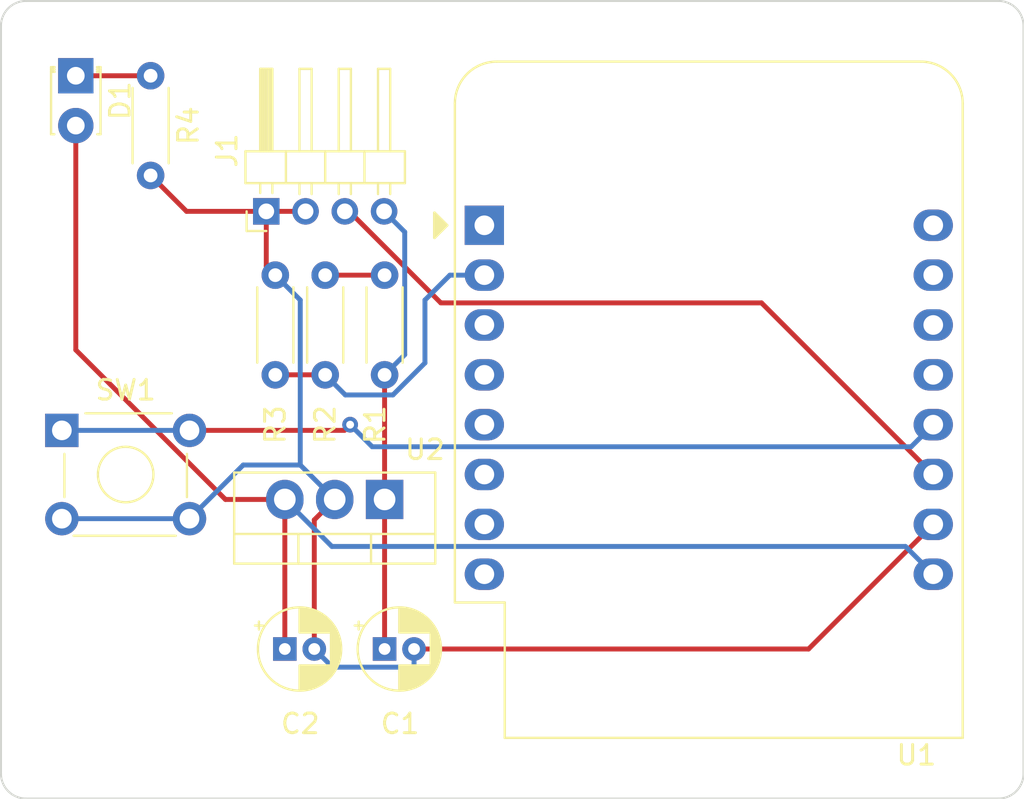
<source format=kicad_pcb>
(kicad_pcb (version 20221018) (generator pcbnew)
  (layers (0 "F.Cu" signal) (31 "B.Cu" signal) (34 "B.Paste" user) (35 "F.Paste" user) (36 "B.SilkS" user "B.Silkscreen") (37 "F.SilkS" user "F.Silkscreen") (38 "B.Mask" user) (39 "F.Mask" user) (44 "Edge.Cuts" user))
  (net 0 "")
  (net 2 "/A0")
  (net 9 "+5V")
  (net 10 "GND")
  (net 15 "+12V")
  (net 16 "Net-(R1-Pad2)")
  (net 17 "/FLASH")
  (net 18 "/D4")
  (net 19 "Net-(D1-K)")
  (footprint "Resistor_THT:R_Axial_DIN0204_L3.6mm_D1.6mm_P5.08mm_Horizontal" (layer "F.Cu") (at 77.47 63.5 -90)
    (fp_text reference "R2" (at 7.62 0 90) (layer "F.SilkS"))
    (fp_text value "20k")
    (fp_line (start 0.62 -0.92) (end 4.46 -0.92) (stroke (width 0.12)) (layer "F.SilkS"))
    (fp_line (start 0.62 0.92) (end 4.46 0.92) (stroke (width 0.12)) (layer "F.SilkS"))
    (pad "1" thru_hole circle (at 0 0 270) (size 1.4 1.4) (drill 0.7) (layers "*.Cu" "*.Mask") (net 16 "Net-(R1-Pad2)"))
    (pad "2" thru_hole oval (at 5.08 0 270) (size 1.4 1.4) (drill 0.7) (layers "*.Cu" "*.Mask") (net 2 "/A0"))
  )
  (footprint "Module:WEMOS_D1_mini_light" (layer "F.Cu") (at 85.575 60.96)
    (fp_text reference "U1" (at 22 27) (layer "F.SilkS"))
    (fp_text value "WeMos_D1_mini")
    (fp_line (start -1.5 19.22) (end -1.5 -6.21) (stroke (width 0.12)) (layer "F.SilkS"))
    (fp_line (start -1.5 19.22) (end 1.04 19.22) (stroke (width 0.12)) (layer "F.SilkS"))
    (fp_line (start 1.04 19.22) (end 1.04 26.12) (stroke (width 0.12)) (layer "F.SilkS"))
    (fp_line (start 1.04 26.12) (end 24.36 26.12) (stroke (width 0.12)) (layer "F.SilkS"))
    (fp_line (start 22.24 -8.34) (end 0.63 -8.34) (stroke (width 0.12)) (layer "F.SilkS"))
    (fp_line (start 24.36 26.12) (end 24.36 -6.21) (stroke (width 0.12)) (layer "F.SilkS"))
    (fp_arc (start -1.5 -6.21) (mid -0.876137 -7.716137) (end 0.63 -8.34) (stroke (width 0.12)) (layer "F.SilkS"))
    (fp_arc (start 22.23 -8.34) (mid 23.736137 -7.716137) (end 24.36 -6.21) (stroke (width 0.12)) (layer "F.SilkS"))
    (fp_poly (pts (xy -2.54 -0.635) (xy -2.54 0.635) (xy -1.905 0)) (stroke (width 0.15)) (fill solid) (layer "F.SilkS"))
    (pad "1" thru_hole rect (at 0 0) (size 2 2) (drill 1) (layers "*.Cu" "*.Mask"))
    (pad "2" thru_hole oval (at 0 2.54) (size 2 1.6) (drill 1) (layers "*.Cu" "*.Mask") (net 2 "/A0"))
    (pad "3" thru_hole oval (at 0 5.08) (size 2 1.6) (drill 1) (layers "*.Cu" "*.Mask"))
    (pad "4" thru_hole oval (at 0 7.62) (size 2 1.6) (drill 1) (layers "*.Cu" "*.Mask"))
    (pad "5" thru_hole oval (at 0 10.16) (size 2 1.6) (drill 1) (layers "*.Cu" "*.Mask"))
    (pad "6" thru_hole oval (at 0 12.7) (size 2 1.6) (drill 1) (layers "*.Cu" "*.Mask"))
    (pad "7" thru_hole oval (at 0 15.24) (size 2 1.6) (drill 1) (layers "*.Cu" "*.Mask"))
    (pad "8" thru_hole oval (at 0 17.78) (size 2 1.6) (drill 1) (layers "*.Cu" "*.Mask"))
    (pad "9" thru_hole oval (at 22.86 17.78) (size 2 1.6) (drill 1) (layers "*.Cu" "*.Mask") (net 9 "+5V"))
    (pad "10" thru_hole oval (at 22.86 15.24) (size 2 1.6) (drill 1) (layers "*.Cu" "*.Mask") (net 10 "GND"))
    (pad "11" thru_hole oval (at 22.86 12.7) (size 2 1.6) (drill 1) (layers "*.Cu" "*.Mask") (net 18 "/D4"))
    (pad "12" thru_hole oval (at 22.86 10.16) (size 2 1.6) (drill 1) (layers "*.Cu" "*.Mask") (net 17 "/FLASH"))
    (pad "13" thru_hole oval (at 22.86 7.62) (size 2 1.6) (drill 1) (layers "*.Cu" "*.Mask"))
    (pad "14" thru_hole oval (at 22.86 5.08) (size 2 1.6) (drill 1) (layers "*.Cu" "*.Mask"))
    (pad "15" thru_hole oval (at 22.86 2.54) (size 2 1.6) (drill 1) (layers "*.Cu" "*.Mask"))
    (pad "16" thru_hole oval (at 22.86 0) (size 2 1.6) (drill 1) (layers "*.Cu" "*.Mask"))
  )
  (footprint "Resistor_THT:R_Axial_DIN0204_L3.6mm_D1.6mm_P5.08mm_Horizontal" (layer "F.Cu") (at 74.93 68.58 90)
    (fp_text reference "R3" (at -2.54 0 90) (layer "F.SilkS"))
    (fp_text value "10k")
    (fp_line (start 0.62 -0.92) (end 4.46 -0.92) (stroke (width 0.12)) (layer "F.SilkS"))
    (fp_line (start 0.62 0.92) (end 4.46 0.92) (stroke (width 0.12)) (layer "F.SilkS"))
    (pad "1" thru_hole circle (at 0 0 90) (size 1.4 1.4) (drill 0.7) (layers "*.Cu" "*.Mask") (net 2 "/A0"))
    (pad "2" thru_hole oval (at 5.08 0 90) (size 1.4 1.4) (drill 0.7) (layers "*.Cu" "*.Mask") (net 10 "GND"))
  )
  (footprint "LED_THT:LED_D1.8mm_W3.3mm_H2.4mm" (layer "F.Cu") (at 64.77 53.34 -90)
    (fp_text reference "D1" (at 1.27 -2.26 90) (layer "F.SilkS"))
    (fp_text value "LED")
    (fp_line (start -0.44 -1.26) (end -0.44 -1.08) (stroke (width 0.12)) (layer "F.SilkS"))
    (fp_line (start -0.44 -1.26) (end 2.98 -1.26) (stroke (width 0.12)) (layer "F.SilkS"))
    (fp_line (start -0.44 1.08) (end -0.44 1.26) (stroke (width 0.12)) (layer "F.SilkS"))
    (fp_line (start -0.44 1.26) (end 2.98 1.26) (stroke (width 0.12)) (layer "F.SilkS"))
    (fp_line (start -0.32 -1.26) (end -0.32 -1.08) (stroke (width 0.12)) (layer "F.SilkS"))
    (fp_line (start -0.32 1.08) (end -0.32 1.26) (stroke (width 0.12)) (layer "F.SilkS"))
    (fp_line (start -0.2 -1.26) (end -0.2 -1.08) (stroke (width 0.12)) (layer "F.SilkS"))
    (fp_line (start -0.2 1.08) (end -0.2 1.26) (stroke (width 0.12)) (layer "F.SilkS"))
    (fp_line (start 2.98 -1.26) (end 2.98 -1.095) (stroke (width 0.12)) (layer "F.SilkS"))
    (fp_line (start 2.98 1.095) (end 2.98 1.26) (stroke (width 0.12)) (layer "F.SilkS"))
    (pad "1" thru_hole rect (at 0 0 270) (size 1.8 1.8) (drill 0.9) (layers "*.Cu" "*.Mask") (net 19 "Net-(D1-K)"))
    (pad "2" thru_hole circle (at 2.54 0 270) (size 1.8 1.8) (drill 0.9) (layers "*.Cu" "*.Mask") (net 9 "+5V"))
  )
  (footprint "Connector_PinHeader_2.00mm:PinHeader_1x04_P2.00mm_Horizontal" (layer "F.Cu") (at 74.47 60.25 90)
    (fp_text reference "J1" (at 3.1 -2 90) (layer "F.SilkS"))
    (fp_text value "Conn_01x04_Pin")
    (fp_line (start -1 -1) (end 0 -1) (stroke (width 0.12)) (layer "F.SilkS"))
    (fp_line (start -1 0) (end -1 -1) (stroke (width 0.12)) (layer "F.SilkS"))
    (fp_line (start 0.882114 1.69) (end 1.44 1.69) (stroke (width 0.12)) (layer "F.SilkS"))
    (fp_line (start 0.882114 2.31) (end 1.44 2.31) (stroke (width 0.12)) (layer "F.SilkS"))
    (fp_line (start 0.882114 3.69) (end 1.44 3.69) (stroke (width 0.12)) (layer "F.SilkS"))
    (fp_line (start 0.882114 4.31) (end 1.44 4.31) (stroke (width 0.12)) (layer "F.SilkS"))
    (fp_line (start 0.882114 5.69) (end 1.44 5.69) (stroke (width 0.12)) (layer "F.SilkS"))
    (fp_line (start 0.882114 6.31) (end 1.44 6.31) (stroke (width 0.12)) (layer "F.SilkS"))
    (fp_line (start 0.935 -0.31) (end 1.44 -0.31) (stroke (width 0.12)) (layer "F.SilkS"))
    (fp_line (start 0.935 0.31) (end 1.44 0.31) (stroke (width 0.12)) (layer "F.SilkS"))
    (fp_line (start 1.44 -1.06) (end 1.44 7.06) (stroke (width 0.12)) (layer "F.SilkS"))
    (fp_line (start 1.44 1) (end 3.06 1) (stroke (width 0.12)) (layer "F.SilkS"))
    (fp_line (start 1.44 3) (end 3.06 3) (stroke (width 0.12)) (layer "F.SilkS"))
    (fp_line (start 1.44 5) (end 3.06 5) (stroke (width 0.12)) (layer "F.SilkS"))
    (fp_line (start 1.44 7.06) (end 3.06 7.06) (stroke (width 0.12)) (layer "F.SilkS"))
    (fp_line (start 3.06 -1.06) (end 1.44 -1.06) (stroke (width 0.12)) (layer "F.SilkS"))
    (fp_line (start 3.06 -0.31) (end 7.26 -0.31) (stroke (width 0.12)) (layer "F.SilkS"))
    (fp_line (start 3.06 -0.25) (end 7.26 -0.25) (stroke (width 0.12)) (layer "F.SilkS"))
    (fp_line (start 3.06 -0.13) (end 7.26 -0.13) (stroke (width 0.12)) (layer "F.SilkS"))
    (fp_line (start 3.06 -0.01) (end 7.26 -0.01) (stroke (width 0.12)) (layer "F.SilkS"))
    (fp_line (start 3.06 0.11) (end 7.26 0.11) (stroke (width 0.12)) (layer "F.SilkS"))
    (fp_line (start 3.06 0.23) (end 7.26 0.23) (stroke (width 0.12)) (layer "F.SilkS"))
    (fp_line (start 3.06 1.69) (end 7.26 1.69) (stroke (width 0.12)) (layer "F.SilkS"))
    (fp_line (start 3.06 3.69) (end 7.26 3.69) (stroke (width 0.12)) (layer "F.SilkS"))
    (fp_line (start 3.06 5.69) (end 7.26 5.69) (stroke (width 0.12)) (layer "F.SilkS"))
    (fp_line (start 3.06 7.06) (end 3.06 -1.06) (stroke (width 0.12)) (layer "F.SilkS"))
    (fp_line (start 7.26 -0.31) (end 7.26 0.31) (stroke (width 0.12)) (layer "F.SilkS"))
    (fp_line (start 7.26 0.31) (end 3.06 0.31) (stroke (width 0.12)) (layer "F.SilkS"))
    (fp_line (start 7.26 1.69) (end 7.26 2.31) (stroke (width 0.12)) (layer "F.SilkS"))
    (fp_line (start 7.26 2.31) (end 3.06 2.31) (stroke (width 0.12)) (layer "F.SilkS"))
    (fp_line (start 7.26 3.69) (end 7.26 4.31) (stroke (width 0.12)) (layer "F.SilkS"))
    (fp_line (start 7.26 4.31) (end 3.06 4.31) (stroke (width 0.12)) (layer "F.SilkS"))
    (fp_line (start 7.26 5.69) (end 7.26 6.31) (stroke (width 0.12)) (layer "F.SilkS"))
    (fp_line (start 7.26 6.31) (end 3.06 6.31) (stroke (width 0.12)) (layer "F.SilkS"))
    (pad "1" thru_hole rect (at 0 0 90) (size 1.35 1.35) (drill 0.8) (layers "*.Cu" "*.Mask") (net 10 "GND"))
    (pad "2" thru_hole oval (at 0 2 90) (size 1.35 1.35) (drill 0.8) (layers "*.Cu" "*.Mask") (net 10 "GND"))
    (pad "3" thru_hole oval (at 0 4 90) (size 1.35 1.35) (drill 0.8) (layers "*.Cu" "*.Mask") (net 18 "/D4"))
    (pad "4" thru_hole oval (at 0 6 90) (size 1.35 1.35) (drill 0.8) (layers "*.Cu" "*.Mask") (net 15 "+12V"))
  )
  (footprint "Package_TO_SOT_THT:TO-220-3_Vertical" (layer "F.Cu") (at 80.495 74.93 180)
    (fp_text reference "U2" (at -2.055 2.54) (layer "F.SilkS"))
    (fp_text value "LM7805_TO220")
    (fp_line (start -2.58 -3.27) (end -2.58 1.371) (stroke (width 0.12)) (layer "F.SilkS"))
    (fp_line (start -2.58 -3.27) (end 7.66 -3.27) (stroke (width 0.12)) (layer "F.SilkS"))
    (fp_line (start -2.58 -1.76) (end 7.66 -1.76) (stroke (width 0.12)) (layer "F.SilkS"))
    (fp_line (start -2.58 1.371) (end 7.66 1.371) (stroke (width 0.12)) (layer "F.SilkS"))
    (fp_line (start 0.69 -3.27) (end 0.69 -1.76) (stroke (width 0.12)) (layer "F.SilkS"))
    (fp_line (start 4.391 -3.27) (end 4.391 -1.76) (stroke (width 0.12)) (layer "F.SilkS"))
    (fp_line (start 7.66 -3.27) (end 7.66 1.371) (stroke (width 0.12)) (layer "F.SilkS"))
    (pad "1" thru_hole rect (at 0 0 180) (size 1.905 2) (drill 1.1) (layers "*.Cu" "*.Mask") (net 15 "+12V"))
    (pad "2" thru_hole oval (at 2.54 0 180) (size 1.905 2) (drill 1.1) (layers "*.Cu" "*.Mask") (net 10 "GND"))
    (pad "3" thru_hole oval (at 5.08 0 180) (size 1.905 2) (drill 1.1) (layers "*.Cu" "*.Mask") (net 9 "+5V"))
  )
  (footprint "Resistor_THT:R_Axial_DIN0204_L3.6mm_D1.6mm_P5.08mm_Horizontal" (layer "F.Cu") (at 68.58 53.34 -90)
    (fp_text reference "R4" (at 2.54 -1.92 90) (layer "F.SilkS"))
    (fp_text value "1k")
    (fp_line (start 0.62 -0.92) (end 4.46 -0.92) (stroke (width 0.12)) (layer "F.SilkS"))
    (fp_line (start 0.62 0.92) (end 4.46 0.92) (stroke (width 0.12)) (layer "F.SilkS"))
    (pad "1" thru_hole circle (at 0 0 270) (size 1.4 1.4) (drill 0.7) (layers "*.Cu" "*.Mask") (net 19 "Net-(D1-K)"))
    (pad "2" thru_hole oval (at 5.08 0 270) (size 1.4 1.4) (drill 0.7) (layers "*.Cu" "*.Mask") (net 10 "GND"))
  )
  (footprint "Resistor_THT:R_Axial_DIN0204_L3.6mm_D1.6mm_P5.08mm_Horizontal" (layer "F.Cu") (at 80.495 68.58 90)
    (fp_text reference "R1" (at -2.54 -0.485 90) (layer "F.SilkS"))
    (fp_text value "120k")
    (fp_line (start 0.62 -0.92) (end 4.46 -0.92) (stroke (width 0.12)) (layer "F.SilkS"))
    (fp_line (start 0.62 0.92) (end 4.46 0.92) (stroke (width 0.12)) (layer "F.SilkS"))
    (pad "1" thru_hole circle (at 0 0 90) (size 1.4 1.4) (drill 0.7) (layers "*.Cu" "*.Mask") (net 15 "+12V"))
    (pad "2" thru_hole oval (at 5.08 0 90) (size 1.4 1.4) (drill 0.7) (layers "*.Cu" "*.Mask") (net 16 "Net-(R1-Pad2)"))
  )
  (footprint "Button_Switch_THT:SW_TH_Tactile_Omron_B3F-10xx" (layer "F.Cu") (at 64.06 71.41)
    (fp_text reference "SW1" (at 3.25 -2.05) (layer "F.SilkS"))
    (fp_text value "SW_Push")
    (fp_line (start 0.13 3.4) (end 0.13 1.2) (stroke (width 0.12)) (layer "F.SilkS"))
    (fp_line (start 0.6 5.37) (end 5.8 5.37) (stroke (width 0.12)) (layer "F.SilkS"))
    (fp_line (start 1.2 -0.87) (end 5.6 -0.87) (stroke (width 0.12)) (layer "F.SilkS"))
    (fp_line (start 6.37 1.2) (end 6.37 3.4) (stroke (width 0.12)) (layer "F.SilkS"))
    (fp_circle (center 3.25 2.25) (end 4.25 3.25) (stroke (width 0.12)) (fill none) (layer "F.SilkS"))
    (pad "1" thru_hole rect (at 0 0) (size 1.7 1.7) (drill 1) (layers "*.Cu" "*.Mask") (net 17 "/FLASH"))
    (pad "1" thru_hole circle (at 6.5 0) (size 1.7 1.7) (drill 1) (layers "*.Cu" "*.Mask") (net 17 "/FLASH"))
    (pad "2" thru_hole circle (at 0 4.5) (size 1.7 1.7) (drill 1) (layers "*.Cu" "*.Mask") (net 10 "GND"))
    (pad "2" thru_hole circle (at 6.5 4.5) (size 1.7 1.7) (drill 1) (layers "*.Cu" "*.Mask") (net 10 "GND"))
  )
  (footprint "Capacitor_THT:CP_Radial_D4.0mm_P1.50mm" (layer "F.Cu") (at 75.415 82.55)
    (fp_text reference "C2" (at 0.785 3.81) (layer "F.SilkS"))
    (fp_text value "0.1uF")
    (fp_line (start -1.519801 -1.195) (end -1.119801 -1.195) (stroke (width 0.12)) (layer "F.SilkS"))
    (fp_line (start -1.319801 -1.395) (end -1.319801 -0.995) (stroke (width 0.12)) (layer "F.SilkS"))
    (fp_line (start 0.75 -2.08) (end 0.75 -0.84) (stroke (width 0.12)) (layer "F.SilkS"))
    (fp_line (start 0.75 0.84) (end 0.75 2.08) (stroke (width 0.12)) (layer "F.SilkS"))
    (fp_line (start 0.79 -2.08) (end 0.79 -0.84) (stroke (width 0.12)) (layer "F.SilkS"))
    (fp_line (start 0.79 0.84) (end 0.79 2.08) (stroke (width 0.12)) (layer "F.SilkS"))
    (fp_line (start 0.83 -2.079) (end 0.83 -0.84) (stroke (width 0.12)) (layer "F.SilkS"))
    (fp_line (start 0.83 0.84) (end 0.83 2.079) (stroke (width 0.12)) (layer "F.SilkS"))
    (fp_line (start 0.87 -2.077) (end 0.87 -0.84) (stroke (width 0.12)) (layer "F.SilkS"))
    (fp_line (start 0.87 0.84) (end 0.87 2.077) (stroke (width 0.12)) (layer "F.SilkS"))
    (fp_line (start 0.91 -2.074) (end 0.91 -0.84) (stroke (width 0.12)) (layer "F.SilkS"))
    (fp_line (start 0.91 0.84) (end 0.91 2.074) (stroke (width 0.12)) (layer "F.SilkS"))
    (fp_line (start 0.95 -2.071) (end 0.95 -0.84) (stroke (width 0.12)) (layer "F.SilkS"))
    (fp_line (start 0.95 0.84) (end 0.95 2.071) (stroke (width 0.12)) (layer "F.SilkS"))
    (fp_line (start 0.99 -2.067) (end 0.99 -0.84) (stroke (width 0.12)) (layer "F.SilkS"))
    (fp_line (start 0.99 0.84) (end 0.99 2.067) (stroke (width 0.12)) (layer "F.SilkS"))
    (fp_line (start 1.03 -2.062) (end 1.03 -0.84) (stroke (width 0.12)) (layer "F.SilkS"))
    (fp_line (start 1.03 0.84) (end 1.03 2.062) (stroke (width 0.12)) (layer "F.SilkS"))
    (fp_line (start 1.07 -2.056) (end 1.07 -0.84) (stroke (width 0.12)) (layer "F.SilkS"))
    (fp_line (start 1.07 0.84) (end 1.07 2.056) (stroke (width 0.12)) (layer "F.SilkS"))
    (fp_line (start 1.11 -2.05) (end 1.11 -0.84) (stroke (width 0.12)) (layer "F.SilkS"))
    (fp_line (start 1.11 0.84) (end 1.11 2.05) (stroke (width 0.12)) (layer "F.SilkS"))
    (fp_line (start 1.15 -2.042) (end 1.15 -0.84) (stroke (width 0.12)) (layer "F.SilkS"))
    (fp_line (start 1.15 0.84) (end 1.15 2.042) (stroke (width 0.12)) (layer "F.SilkS"))
    (fp_line (start 1.19 -2.034) (end 1.19 -0.84) (stroke (width 0.12)) (layer "F.SilkS"))
    (fp_line (start 1.19 0.84) (end 1.19 2.034) (stroke (width 0.12)) (layer "F.SilkS"))
    (fp_line (start 1.23 -2.025) (end 1.23 -0.84) (stroke (width 0.12)) (layer "F.SilkS"))
    (fp_line (start 1.23 0.84) (end 1.23 2.025) (stroke (width 0.12)) (layer "F.SilkS"))
    (fp_line (start 1.27 -2.016) (end 1.27 -0.84) (stroke (width 0.12)) (layer "F.SilkS"))
    (fp_line (start 1.27 0.84) (end 1.27 2.016) (stroke (width 0.12)) (layer "F.SilkS"))
    (fp_line (start 1.31 -2.005) (end 1.31 -0.84) (stroke (width 0.12)) (layer "F.SilkS"))
    (fp_line (start 1.31 0.84) (end 1.31 2.005) (stroke (width 0.12)) (layer "F.SilkS"))
    (fp_line (start 1.35 -1.994) (end 1.35 -0.84) (stroke (width 0.12)) (layer "F.SilkS"))
    (fp_line (start 1.35 0.84) (end 1.35 1.994) (stroke (width 0.12)) (layer "F.SilkS"))
    (fp_line (start 1.39 -1.982) (end 1.39 -0.84) (stroke (width 0.12)) (layer "F.SilkS"))
    (fp_line (start 1.39 0.84) (end 1.39 1.982) (stroke (width 0.12)) (layer "F.SilkS"))
    (fp_line (start 1.43 -1.968) (end 1.43 -0.84) (stroke (width 0.12)) (layer "F.SilkS"))
    (fp_line (start 1.43 0.84) (end 1.43 1.968) (stroke (width 0.12)) (layer "F.SilkS"))
    (fp_line (start 1.471 -1.954) (end 1.471 -0.84) (stroke (width 0.12)) (layer "F.SilkS"))
    (fp_line (start 1.471 0.84) (end 1.471 1.954) (stroke (width 0.12)) (layer "F.SilkS"))
    (fp_line (start 1.511 -1.94) (end 1.511 -0.84) (stroke (width 0.12)) (layer "F.SilkS"))
    (fp_line (start 1.511 0.84) (end 1.511 1.94) (stroke (width 0.12)) (layer "F.SilkS"))
    (fp_line (start 1.551 -1.924) (end 1.551 -0.84) (stroke (width 0.12)) (layer "F.SilkS"))
    (fp_line (start 1.551 0.84) (end 1.551 1.924) (stroke (width 0.12)) (layer "F.SilkS"))
    (fp_line (start 1.591 -1.907) (end 1.591 -0.84) (stroke (width 0.12)) (layer "F.SilkS"))
    (fp_line (start 1.591 0.84) (end 1.591 1.907) (stroke (width 0.12)) (layer "F.SilkS"))
    (fp_line (start 1.631 -1.889) (end 1.631 -0.84) (stroke (width 0.12)) (layer "F.SilkS"))
    (fp_line (start 1.631 0.84) (end 1.631 1.889) (stroke (width 0.12)) (layer "F.SilkS"))
    (fp_line (start 1.671 -1.87) (end 1.671 -0.84) (stroke (width 0.12)) (layer "F.SilkS"))
    (fp_line (start 1.671 0.84) (end 1.671 1.87) (stroke (width 0.12)) (layer "F.SilkS"))
    (fp_line (start 1.711 -1.851) (end 1.711 -0.84) (stroke (width 0.12)) (layer "F.SilkS"))
    (fp_line (start 1.711 0.84) (end 1.711 1.851) (stroke (width 0.12)) (layer "F.SilkS"))
    (fp_line (start 1.751 -1.83) (end 1.751 -0.84) (stroke (width 0.12)) (layer "F.SilkS"))
    (fp_line (start 1.751 0.84) (end 1.751 1.83) (stroke (width 0.12)) (layer "F.SilkS"))
    (fp_line (start 1.791 -1.808) (end 1.791 -0.84) (stroke (width 0.12)) (layer "F.SilkS"))
    (fp_line (start 1.791 0.84) (end 1.791 1.808) (stroke (width 0.12)) (layer "F.SilkS"))
    (fp_line (start 1.831 -1.785) (end 1.831 -0.84) (stroke (width 0.12)) (layer "F.SilkS"))
    (fp_line (start 1.831 0.84) (end 1.831 1.785) (stroke (width 0.12)) (layer "F.SilkS"))
    (fp_line (start 1.871 -1.76) (end 1.871 -0.84) (stroke (width 0.12)) (layer "F.SilkS"))
    (fp_line (start 1.871 0.84) (end 1.871 1.76) (stroke (width 0.12)) (layer "F.SilkS"))
    (fp_line (start 1.911 -1.735) (end 1.911 -0.84) (stroke (width 0.12)) (layer "F.SilkS"))
    (fp_line (start 1.911 0.84) (end 1.911 1.735) (stroke (width 0.12)) (layer "F.SilkS"))
    (fp_line (start 1.951 -1.708) (end 1.951 -0.84) (stroke (width 0.12)) (layer "F.SilkS"))
    (fp_line (start 1.951 0.84) (end 1.951 1.708) (stroke (width 0.12)) (layer "F.SilkS"))
    (fp_line (start 1.991 -1.68) (end 1.991 -0.84) (stroke (width 0.12)) (layer "F.SilkS"))
    (fp_line (start 1.991 0.84) (end 1.991 1.68) (stroke (width 0.12)) (layer "F.SilkS"))
    (fp_line (start 2.031 -1.65) (end 2.031 -0.84) (stroke (width 0.12)) (layer "F.SilkS"))
    (fp_line (start 2.031 0.84) (end 2.031 1.65) (stroke (width 0.12)) (layer "F.SilkS"))
    (fp_line (start 2.071 -1.619) (end 2.071 -0.84) (stroke (width 0.12)) (layer "F.SilkS"))
    (fp_line (start 2.071 0.84) (end 2.071 1.619) (stroke (width 0.12)) (layer "F.SilkS"))
    (fp_line (start 2.111 -1.587) (end 2.111 -0.84) (stroke (width 0.12)) (layer "F.SilkS"))
    (fp_line (start 2.111 0.84) (end 2.111 1.587) (stroke (width 0.12)) (layer "F.SilkS"))
    (fp_line (start 2.151 -1.552) (end 2.151 -0.84) (stroke (width 0.12)) (layer "F.SilkS"))
    (fp_line (start 2.151 0.84) (end 2.151 1.552) (stroke (width 0.12)) (layer "F.SilkS"))
    (fp_line (start 2.191 -1.516) (end 2.191 -0.84) (stroke (width 0.12)) (layer "F.SilkS"))
    (fp_line (start 2.191 0.84) (end 2.191 1.516) (stroke (width 0.12)) (layer "F.SilkS"))
    (fp_line (start 2.231 -1.478) (end 2.231 -0.84) (stroke (width 0.12)) (layer "F.SilkS"))
    (fp_line (start 2.231 0.84) (end 2.231 1.478) (stroke (width 0.12)) (layer "F.SilkS"))
    (fp_line (start 2.271 -1.438) (end 2.271 -0.84) (stroke (width 0.12)) (layer "F.SilkS"))
    (fp_line (start 2.271 0.84) (end 2.271 1.438) (stroke (width 0.12)) (layer "F.SilkS"))
    (fp_line (start 2.311 -1.396) (end 2.311 -0.84) (stroke (width 0.12)) (layer "F.SilkS"))
    (fp_line (start 2.311 0.84) (end 2.311 1.396) (stroke (width 0.12)) (layer "F.SilkS"))
    (fp_line (start 2.351 -1.351) (end 2.351 1.351) (stroke (width 0.12)) (layer "F.SilkS"))
    (fp_line (start 2.391 -1.304) (end 2.391 1.304) (stroke (width 0.12)) (layer "F.SilkS"))
    (fp_line (start 2.431 -1.254) (end 2.431 1.254) (stroke (width 0.12)) (layer "F.SilkS"))
    (fp_line (start 2.471 -1.2) (end 2.471 1.2) (stroke (width 0.12)) (layer "F.SilkS"))
    (fp_line (start 2.511 -1.142) (end 2.511 1.142) (stroke (width 0.12)) (layer "F.SilkS"))
    (fp_line (start 2.551 -1.08) (end 2.551 1.08) (stroke (width 0.12)) (layer "F.SilkS"))
    (fp_line (start 2.591 -1.013) (end 2.591 1.013) (stroke (width 0.12)) (layer "F.SilkS"))
    (fp_line (start 2.631 -0.94) (end 2.631 0.94) (stroke (width 0.12)) (layer "F.SilkS"))
    (fp_line (start 2.671 -0.859) (end 2.671 0.859) (stroke (width 0.12)) (layer "F.SilkS"))
    (fp_line (start 2.711 -0.768) (end 2.711 0.768) (stroke (width 0.12)) (layer "F.SilkS"))
    (fp_line (start 2.751 -0.664) (end 2.751 0.664) (stroke (width 0.12)) (layer "F.SilkS"))
    (fp_line (start 2.791 -0.537) (end 2.791 0.537) (stroke (width 0.12)) (layer "F.SilkS"))
    (fp_line (start 2.831 -0.37) (end 2.831 0.37) (stroke (width 0.12)) (layer "F.SilkS"))
    (fp_circle (center 0.75 0) (end 2.87 0) (stroke (width 0.12)) (fill none) (layer "F.SilkS"))
    (pad "1" thru_hole rect (at 0 0) (size 1.2 1.2) (drill 0.6) (layers "*.Cu" "*.Mask") (net 9 "+5V"))
    (pad "2" thru_hole circle (at 1.5 0) (size 1.2 1.2) (drill 0.6) (layers "*.Cu" "*.Mask") (net 10 "GND"))
  )
  (footprint "Capacitor_THT:CP_Radial_D4.0mm_P1.50mm" (layer "F.Cu") (at 80.495 82.55)
    (fp_text reference "C1" (at 0.785 3.81 -360) (layer "F.SilkS"))
    (fp_text value "0.33uF")
    (fp_line (start -1.519801 -1.195) (end -1.119801 -1.195) (stroke (width 0.12)) (layer "F.SilkS"))
    (fp_line (start -1.319801 -1.395) (end -1.319801 -0.995) (stroke (width 0.12)) (layer "F.SilkS"))
    (fp_line (start 0.75 -2.08) (end 0.75 -0.84) (stroke (width 0.12)) (layer "F.SilkS"))
    (fp_line (start 0.75 0.84) (end 0.75 2.08) (stroke (width 0.12)) (layer "F.SilkS"))
    (fp_line (start 0.79 -2.08) (end 0.79 -0.84) (stroke (width 0.12)) (layer "F.SilkS"))
    (fp_line (start 0.79 0.84) (end 0.79 2.08) (stroke (width 0.12)) (layer "F.SilkS"))
    (fp_line (start 0.83 -2.079) (end 0.83 -0.84) (stroke (width 0.12)) (layer "F.SilkS"))
    (fp_line (start 0.83 0.84) (end 0.83 2.079) (stroke (width 0.12)) (layer "F.SilkS"))
    (fp_line (start 0.87 -2.077) (end 0.87 -0.84) (stroke (width 0.12)) (layer "F.SilkS"))
    (fp_line (start 0.87 0.84) (end 0.87 2.077) (stroke (width 0.12)) (layer "F.SilkS"))
    (fp_line (start 0.91 -2.074) (end 0.91 -0.84) (stroke (width 0.12)) (layer "F.SilkS"))
    (fp_line (start 0.91 0.84) (end 0.91 2.074) (stroke (width 0.12)) (layer "F.SilkS"))
    (fp_line (start 0.95 -2.071) (end 0.95 -0.84) (stroke (width 0.12)) (layer "F.SilkS"))
    (fp_line (start 0.95 0.84) (end 0.95 2.071) (stroke (width 0.12)) (layer "F.SilkS"))
    (fp_line (start 0.99 -2.067) (end 0.99 -0.84) (stroke (width 0.12)) (layer "F.SilkS"))
    (fp_line (start 0.99 0.84) (end 0.99 2.067) (stroke (width 0.12)) (layer "F.SilkS"))
    (fp_line (start 1.03 -2.062) (end 1.03 -0.84) (stroke (width 0.12)) (layer "F.SilkS"))
    (fp_line (start 1.03 0.84) (end 1.03 2.062) (stroke (width 0.12)) (layer "F.SilkS"))
    (fp_line (start 1.07 -2.056) (end 1.07 -0.84) (stroke (width 0.12)) (layer "F.SilkS"))
    (fp_line (start 1.07 0.84) (end 1.07 2.056) (stroke (width 0.12)) (layer "F.SilkS"))
    (fp_line (start 1.11 -2.05) (end 1.11 -0.84) (stroke (width 0.12)) (layer "F.SilkS"))
    (fp_line (start 1.11 0.84) (end 1.11 2.05) (stroke (width 0.12)) (layer "F.SilkS"))
    (fp_line (start 1.15 -2.042) (end 1.15 -0.84) (stroke (width 0.12)) (layer "F.SilkS"))
    (fp_line (start 1.15 0.84) (end 1.15 2.042) (stroke (width 0.12)) (layer "F.SilkS"))
    (fp_line (start 1.19 -2.034) (end 1.19 -0.84) (stroke (width 0.12)) (layer "F.SilkS"))
    (fp_line (start 1.19 0.84) (end 1.19 2.034) (stroke (width 0.12)) (layer "F.SilkS"))
    (fp_line (start 1.23 -2.025) (end 1.23 -0.84) (stroke (width 0.12)) (layer "F.SilkS"))
    (fp_line (start 1.23 0.84) (end 1.23 2.025) (stroke (width 0.12)) (layer "F.SilkS"))
    (fp_line (start 1.27 -2.016) (end 1.27 -0.84) (stroke (width 0.12)) (layer "F.SilkS"))
    (fp_line (start 1.27 0.84) (end 1.27 2.016) (stroke (width 0.12)) (layer "F.SilkS"))
    (fp_line (start 1.31 -2.005) (end 1.31 -0.84) (stroke (width 0.12)) (layer "F.SilkS"))
    (fp_line (start 1.31 0.84) (end 1.31 2.005) (stroke (width 0.12)) (layer "F.SilkS"))
    (fp_line (start 1.35 -1.994) (end 1.35 -0.84) (stroke (width 0.12)) (layer "F.SilkS"))
    (fp_line (start 1.35 0.84) (end 1.35 1.994) (stroke (width 0.12)) (layer "F.SilkS"))
    (fp_line (start 1.39 -1.982) (end 1.39 -0.84) (stroke (width 0.12)) (layer "F.SilkS"))
    (fp_line (start 1.39 0.84) (end 1.39 1.982) (stroke (width 0.12)) (layer "F.SilkS"))
    (fp_line (start 1.43 -1.968) (end 1.43 -0.84) (stroke (width 0.12)) (layer "F.SilkS"))
    (fp_line (start 1.43 0.84) (end 1.43 1.968) (stroke (width 0.12)) (layer "F.SilkS"))
    (fp_line (start 1.471 -1.954) (end 1.471 -0.84) (stroke (width 0.12)) (layer "F.SilkS"))
    (fp_line (start 1.471 0.84) (end 1.471 1.954) (stroke (width 0.12)) (layer "F.SilkS"))
    (fp_line (start 1.511 -1.94) (end 1.511 -0.84) (stroke (width 0.12)) (layer "F.SilkS"))
    (fp_line (start 1.511 0.84) (end 1.511 1.94) (stroke (width 0.12)) (layer "F.SilkS"))
    (fp_line (start 1.551 -1.924) (end 1.551 -0.84) (stroke (width 0.12)) (layer "F.SilkS"))
    (fp_line (start 1.551 0.84) (end 1.551 1.924) (stroke (width 0.12)) (layer "F.SilkS"))
    (fp_line (start 1.591 -1.907) (end 1.591 -0.84) (stroke (width 0.12)) (layer "F.SilkS"))
    (fp_line (start 1.591 0.84) (end 1.591 1.907) (stroke (width 0.12)) (layer "F.SilkS"))
    (fp_line (start 1.631 -1.889) (end 1.631 -0.84) (stroke (width 0.12)) (layer "F.SilkS"))
    (fp_line (start 1.631 0.84) (end 1.631 1.889) (stroke (width 0.12)) (layer "F.SilkS"))
    (fp_line (start 1.671 -1.87) (end 1.671 -0.84) (stroke (width 0.12)) (layer "F.SilkS"))
    (fp_line (start 1.671 0.84) (end 1.671 1.87) (stroke (width 0.12)) (layer "F.SilkS"))
    (fp_line (start 1.711 -1.851) (end 1.711 -0.84) (stroke (width 0.12)) (layer "F.SilkS"))
    (fp_line (start 1.711 0.84) (end 1.711 1.851) (stroke (width 0.12)) (layer "F.SilkS"))
    (fp_line (start 1.751 -1.83) (end 1.751 -0.84) (stroke (width 0.12)) (layer "F.SilkS"))
    (fp_line (start 1.751 0.84) (end 1.751 1.83) (stroke (width 0.12)) (layer "F.SilkS"))
    (fp_line (start 1.791 -1.808) (end 1.791 -0.84) (stroke (width 0.12)) (layer "F.SilkS"))
    (fp_line (start 1.791 0.84) (end 1.791 1.808) (stroke (width 0.12)) (layer "F.SilkS"))
    (fp_line (start 1.831 -1.785) (end 1.831 -0.84) (stroke (width 0.12)) (layer "F.SilkS"))
    (fp_line (start 1.831 0.84) (end 1.831 1.785) (stroke (width 0.12)) (layer "F.SilkS"))
    (fp_line (start 1.871 -1.76) (end 1.871 -0.84) (stroke (width 0.12)) (layer "F.SilkS"))
    (fp_line (start 1.871 0.84) (end 1.871 1.76) (stroke (width 0.12)) (layer "F.SilkS"))
    (fp_line (start 1.911 -1.735) (end 1.911 -0.84) (stroke (width 0.12)) (layer "F.SilkS"))
    (fp_line (start 1.911 0.84) (end 1.911 1.735) (stroke (width 0.12)) (layer "F.SilkS"))
    (fp_line (start 1.951 -1.708) (end 1.951 -0.84) (stroke (width 0.12)) (layer "F.SilkS"))
    (fp_line (start 1.951 0.84) (end 1.951 1.708) (stroke (width 0.12)) (layer "F.SilkS"))
    (fp_line (start 1.991 -1.68) (end 1.991 -0.84) (stroke (width 0.12)) (layer "F.SilkS"))
    (fp_line (start 1.991 0.84) (end 1.991 1.68) (stroke (width 0.12)) (layer "F.SilkS"))
    (fp_line (start 2.031 -1.65) (end 2.031 -0.84) (stroke (width 0.12)) (layer "F.SilkS"))
    (fp_line (start 2.031 0.84) (end 2.031 1.65) (stroke (width 0.12)) (layer "F.SilkS"))
    (fp_line (start 2.071 -1.619) (end 2.071 -0.84) (stroke (width 0.12)) (layer "F.SilkS"))
    (fp_line (start 2.071 0.84) (end 2.071 1.619) (stroke (width 0.12)) (layer "F.SilkS"))
    (fp_line (start 2.111 -1.587) (end 2.111 -0.84) (stroke (width 0.12)) (layer "F.SilkS"))
    (fp_line (start 2.111 0.84) (end 2.111 1.587) (stroke (width 0.12)) (layer "F.SilkS"))
    (fp_line (start 2.151 -1.552) (end 2.151 -0.84) (stroke (width 0.12)) (layer "F.SilkS"))
    (fp_line (start 2.151 0.84) (end 2.151 1.552) (stroke (width 0.12)) (layer "F.SilkS"))
    (fp_line (start 2.191 -1.516) (end 2.191 -0.84) (stroke (width 0.12)) (layer "F.SilkS"))
    (fp_line (start 2.191 0.84) (end 2.191 1.516) (stroke (width 0.12)) (layer "F.SilkS"))
    (fp_line (start 2.231 -1.478) (end 2.231 -0.84) (stroke (width 0.12)) (layer "F.SilkS"))
    (fp_line (start 2.231 0.84) (end 2.231 1.478) (stroke (width 0.12)) (layer "F.SilkS"))
    (fp_line (start 2.271 -1.438) (end 2.271 -0.84) (stroke (width 0.12)) (layer "F.SilkS"))
    (fp_line (start 2.271 0.84) (end 2.271 1.438) (stroke (width 0.12)) (layer "F.SilkS"))
    (fp_line (start 2.311 -1.396) (end 2.311 -0.84) (stroke (width 0.12)) (layer "F.SilkS"))
    (fp_line (start 2.311 0.84) (end 2.311 1.396) (stroke (width 0.12)) (layer "F.SilkS"))
    (fp_line (start 2.351 -1.351) (end 2.351 1.351) (stroke (width 0.12)) (layer "F.SilkS"))
    (fp_line (start 2.391 -1.304) (end 2.391 1.304) (stroke (width 0.12)) (layer "F.SilkS"))
    (fp_line (start 2.431 -1.254) (end 2.431 1.254) (stroke (width 0.12)) (layer "F.SilkS"))
    (fp_line (start 2.471 -1.2) (end 2.471 1.2) (stroke (width 0.12)) (layer "F.SilkS"))
    (fp_line (start 2.511 -1.142) (end 2.511 1.142) (stroke (width 0.12)) (layer "F.SilkS"))
    (fp_line (start 2.551 -1.08) (end 2.551 1.08) (stroke (width 0.12)) (layer "F.SilkS"))
    (fp_line (start 2.591 -1.013) (end 2.591 1.013) (stroke (width 0.12)) (layer "F.SilkS"))
    (fp_line (start 2.631 -0.94) (end 2.631 0.94) (stroke (width 0.12)) (layer "F.SilkS"))
    (fp_line (start 2.671 -0.859) (end 2.671 0.859) (stroke (width 0.12)) (layer "F.SilkS"))
    (fp_line (start 2.711 -0.768) (end 2.711 0.768) (stroke (width 0.12)) (layer "F.SilkS"))
    (fp_line (start 2.751 -0.664) (end 2.751 0.664) (stroke (width 0.12)) (layer "F.SilkS"))
    (fp_line (start 2.791 -0.537) (end 2.791 0.537) (stroke (width 0.12)) (layer "F.SilkS"))
    (fp_line (start 2.831 -0.37) (end 2.831 0.37) (stroke (width 0.12)) (layer "F.SilkS"))
    (fp_circle (center 0.75 0) (end 2.87 0) (stroke (width 0.12)) (fill none) (layer "F.SilkS"))
    (pad "1" thru_hole rect (at 0 0) (size 1.2 1.2) (drill 0.6) (layers "*.Cu" "*.Mask") (net 15 "+12V"))
    (pad "2" thru_hole circle (at 1.5 0) (size 1.2 1.2) (drill 0.6) (layers "*.Cu" "*.Mask") (net 10 "GND"))
  )
  (gr_arc locked (start 113.03 88.9) (mid 112.658026 89.798026) (end 111.76 90.17) (stroke (width 0.1)) (layer "Edge.Cuts"))
  (gr_line locked (start 62.23 90.17) (end 111.76 90.17) (stroke (width 0.1)) (layer "Edge.Cuts"))
  (gr_line locked (start 60.96 50.8) (end 60.96 88.9) (stroke (width 0.1)) (layer "Edge.Cuts"))
  (gr_arc locked (start 62.23 90.17) (mid 61.331974 89.798026) (end 60.96 88.9) (stroke (width 0.1)) (layer "Edge.Cuts"))
  (gr_arc locked (start 60.96 50.8) (mid 61.331974 49.901974) (end 62.23 49.53) (stroke (width 0.1)) (layer "Edge.Cuts"))
  (gr_line locked (start 111.76 49.53) (end 62.23 49.53) (stroke (width 0.1)) (layer "Edge.Cuts"))
  (gr_line locked (start 113.03 88.9) (end 113.03 50.8) (stroke (width 0.1)) (layer "Edge.Cuts"))
  (gr_arc locked (start 111.76 49.53) (mid 112.658026 49.901974) (end 113.03 50.8) (stroke (width 0.1)) (layer "Edge.Cuts"))
  (segment (start 77.47 68.58) (end 74.93 68.58) (width 0.25) (layer "F.Cu") (net 2))
  (segment (start 82.55 67.974569) (end 82.55 64.77) (width 0.25) (layer "B.Cu") (net 2))
  (segment (start 82.55 64.77) (end 83.82 63.5) (width 0.25) (layer "B.Cu") (net 2))
  (segment (start 83.82 63.5) (end 85.575 63.5) (width 0.25) (layer "B.Cu") (net 2))
  (segment (start 80.919569 69.605) (end 82.55 67.974569) (width 0.25) (layer "B.Cu") (net 2))
  (segment (start 78.495 69.605) (end 80.919569 69.605) (width 0.25) (layer "B.Cu") (net 2))
  (segment (start 77.47 68.58) (end 78.495 69.605) (width 0.25) (layer "B.Cu") (net 2))
  (segment (start 64.77 67.31) (end 64.77 55.88) (width 0.25) (layer "F.Cu") (net 9))
  (segment (start 75.415 74.93) (end 72.39 74.93) (width 0.25) (layer "F.Cu") (net 9))
  (segment (start 72.39 74.93) (end 64.77 67.31) (width 0.25) (layer "F.Cu") (net 9))
  (segment (start 75.415 82.55) (end 75.415 74.93) (width 0.25) (layer "F.Cu") (net 9))
  (segment (start 108.435 78.74) (end 107.02 77.325) (width 0.25) (layer "B.Cu") (net 9))
  (segment (start 107.02 77.325) (end 77.81 77.325) (width 0.25) (layer "B.Cu") (net 9))
  (segment (start 77.81 77.325) (end 75.415 74.93) (width 0.25) (layer "B.Cu") (net 9))
  (segment (start 76.915 82.55) (end 76.915 75.97) (width 0.25) (layer "F.Cu") (net 10))
  (segment (start 74.47 63.04) (end 74.93 63.5) (width 0.25) (layer "F.Cu") (net 10))
  (segment (start 102.085 82.55) (end 81.995 82.55) (width 0.25) (layer "F.Cu") (net 10))
  (segment (start 74.47 60.25) (end 76.47 60.25) (width 0.25) (layer "F.Cu") (net 10))
  (segment (start 70.41 60.25) (end 74.47 60.25) (width 0.25) (layer "F.Cu") (net 10))
  (segment (start 76.915 75.97) (end 77.955 74.93) (width 0.25) (layer "F.Cu") (net 10))
  (segment (start 108.435 76.2) (end 102.085 82.55) (width 0.25) (layer "F.Cu") (net 10))
  (segment (start 74.47 60.25) (end 74.47 63.04) (width 0.25) (layer "F.Cu") (net 10))
  (segment (start 68.58 58.42) (end 70.41 60.25) (width 0.25) (layer "F.Cu") (net 10))
  (segment (start 81.995 83.398528) (end 81.918528 83.475) (width 0.25) (layer "B.Cu") (net 10))
  (segment (start 73.295 73.175) (end 70.56 75.91) (width 0.25) (layer "B.Cu") (net 10))
  (segment (start 76.2 64.77) (end 76.2 73.175) (width 0.25) (layer "B.Cu") (net 10))
  (segment (start 64.06 75.91) (end 70.56 75.91) (width 0.25) (layer "B.Cu") (net 10))
  (segment (start 77.84 83.475) (end 76.915 82.55) (width 0.25) (layer "B.Cu") (net 10))
  (segment (start 81.918528 83.475) (end 77.84 83.475) (width 0.25) (layer "B.Cu") (net 10))
  (segment (start 81.995 82.55) (end 81.995 83.398528) (width 0.25) (layer "B.Cu") (net 10))
  (segment (start 74.93 63.5) (end 76.2 64.77) (width 0.25) (layer "B.Cu") (net 10))
  (segment (start 76.2 73.175) (end 73.295 73.175) (width 0.25) (layer "B.Cu") (net 10))
  (segment (start 76.2 73.175) (end 77.955 74.93) (width 0.25) (layer "B.Cu") (net 10))
  (segment (start 80.495 68.58) (end 80.495 74.93) (width 0.25) (layer "F.Cu") (net 15))
  (segment (start 80.495 82.55) (end 80.495 74.93) (width 0.25) (layer "F.Cu") (net 15))
  (segment (start 81.52 61.3) (end 81.52 67.555) (width 0.25) (layer "B.Cu") (net 15))
  (segment (start 81.52 67.555) (end 80.495 68.58) (width 0.25) (layer "B.Cu") (net 15))
  (segment (start 80.47 60.25) (end 81.52 61.3) (width 0.25) (layer "B.Cu") (net 15))
  (segment (start 77.47 63.5) (end 80.495 63.5) (width 0.25) (layer "F.Cu") (net 16))
  (segment (start 78.74 71.12) (end 78.45 71.41) (width 0.25) (layer "F.Cu") (net 17))
  (segment (start 78.45 71.41) (end 70.56 71.41) (width 0.25) (layer "F.Cu") (net 17))
  (via (at 78.74 71.12) (size 0.8) (drill 0.4) (layers "F.Cu" "B.Cu") (net 17))
  (segment (start 107.31 72.245) (end 108.435 71.12) (width 0.25) (layer "B.Cu") (net 17))
  (segment (start 70.56 71.41) (end 64.06 71.41) (width 0.25) (layer "B.Cu") (net 17))
  (segment (start 78.74 71.12) (end 79.865 72.245) (width 0.25) (layer "B.Cu") (net 17))
  (segment (start 79.865 72.245) (end 107.31 72.245) (width 0.25) (layer "B.Cu") (net 17))
  (segment (start 83.359569 64.915) (end 99.69 64.915) (width 0.25) (layer "F.Cu") (net 18))
  (segment (start 78.47 60.25) (end 78.694569 60.25) (width 0.25) (layer "F.Cu") (net 18))
  (segment (start 78.694569 60.25) (end 83.359569 64.915) (width 0.25) (layer "F.Cu") (net 18))
  (segment (start 99.69 64.915) (end 108.435 73.66) (width 0.25) (layer "F.Cu") (net 18))
  (segment (start 64.77 53.34) (end 68.58 53.34) (width 0.25) (layer "F.Cu") (net 19))
)
</source>
